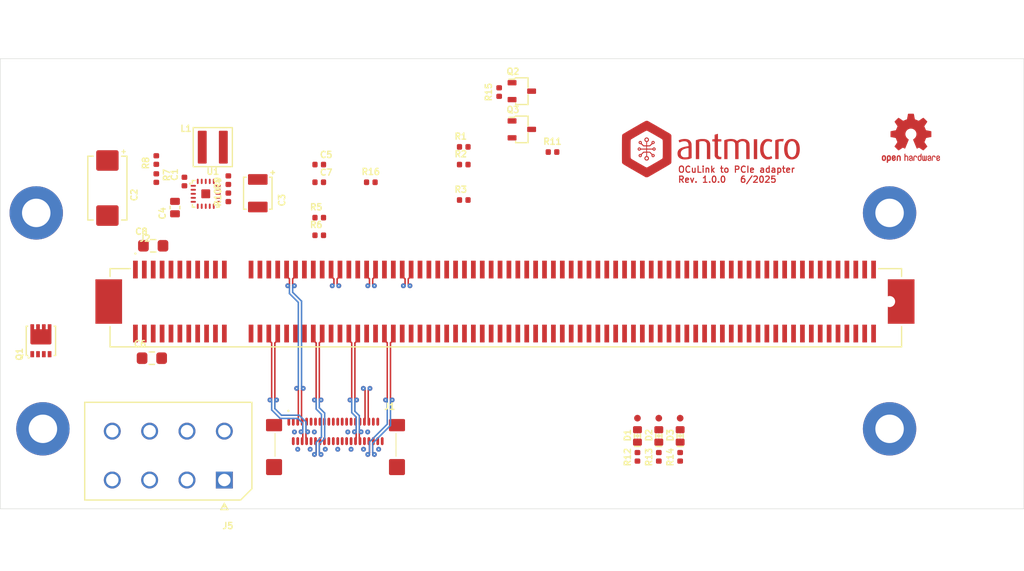
<source format=kicad_pcb>
(kicad_pcb (version 20241229) (generator "pcbnew") (generator_version "9.0")
  (title_block (title "OCuLink to PCIe adapter") (date "2025-06-18") (rev "1.0.0") (company "Antmicro Ltd") (comment 1 "www.antmicro.com"))
  (layers (0 "F.Cu" signal) (4 "In1.Cu" signal) (6 "In2.Cu" signal) (2 "B.Cu" signal) (13 "F.Paste" user) (15 "B.Paste" user) (5 "F.SilkS" user "F.Silkscreen") (7 "B.SilkS" user "B.Silkscreen") (1 "F.Mask" user) (3 "B.Mask" user) (25 "Edge.Cuts" user))
  (net 0 "")
  (net 66 "GND")
  (net 67 "/OCuLink/PCIe_{x4}.RX3-")
  (net 68 "/OCuLink/PCIe_{x4}.RX3+")
  (net 69 "/OCuLink/PCIe_{x4}.TX1-")
  (net 70 "/OCuLink/PCIe_{x4}.TX2+")
  (net 71 "/OCuLink/PCIe_{x4}.RX1-")
  (net 72 "/OCuLink/PCIe_{x4}.TX0+")
  (net 73 "/OCuLink/PCIe_{x4}.RX0-")
  (net 74 "/OCuLink/PCIe_{x4}.TX0-")
  (net 75 "/OCuLink/PCIe_{x4}.RX1+")
  (net 76 "/OCuLink/PCIe_{x4}.TX2-")
  (net 77 "/OCuLink/PCIe_{x4}.TX1+")
  (net 78 "/OCuLink/PCIe_{x4}.RX0+")
  (net 79 "/OCuLink/PCIe_{x4}.RX2-")
  (net 80 "/OCuLink/PCIe_{x4}.TX3-")
  (net 81 "/OCuLink/PCIe_{x4}.RX2+")
  (net 82 "/OCuLink/PCIe_{x4}.TX3+")
  (net 83 "/PCIe-connector/3V3_PCIe_AUX")
  (net 84 "+3V3_PCIE")
  (net 85 "+12V_PCIE")
  (net 86 "/Power/3V3_BST")
  (net 87 "/Power/3V3_SW")
  (net 88 "+12V")
  (net 89 "/Power/3V3_VCC")
  (net 90 "Net-(D1-C)")
  (net 91 "Net-(D2-C)")
  (net 92 "Net-(D3-C)")
  (net 94 "/OCuLink/~{WAKE}")
  (net 96 "Net-(J1-SDA)")
  (net 97 "/OCuLink/PCIe_{REF0}.CK+")
  (net 98 "/OCuLink/PCIe_{REF0}.CK-")
  (net 99 "/OCuLink/~{PERST}")
  (net 101 "/OCuLink/~{CPRSNT}")
  (net 103 "Net-(J1-SCL)")
  (net 104 "/OCuLink/I2C0.SCL")
  (net 105 "/OCuLink/I2C0.SDA")
  (net 106 "Net-(Q1-G)")
  (net 107 "/Power/3V3_PG")
  (net 108 "/Power/3V3_EN")
  (net 109 "/Power/3V3_MODE")
  (net 110 "/Power/3V3_FB")
  (footprint "antmicro-footprints:R_0402_1005Metric" (layer "F.Cu") (at 152.45 104.2 90)
    (property "Reference" "R12")
    (property "Value" "R_10k_0402")
  )
  (footprint "antmicro-footprints:TP_SMD_0.75mm" (layer "F.Cu") (at 152.45 99.85)
    (property "Reference" "TP1" (hide yes))
    (property "Value" "TP_0.75mm_SMD")
  )
  (footprint "antmicro-footprints:PowerDI3333-8" (layer "F.Cu") (at 85.375 91.15 90)
    (property "Reference" "Q1")
    (property "Value" "DMPH4029LFGQ")
  )
  (footprint "antmicro-footprints:R_0402_1005Metric" (layer "F.Cu") (at 142.9 69.9)
    (property "Reference" "R11")
    (property "Value" "R_10k_0402")
  )
  (footprint "antmicro-footprints:R_0402_1005Metric" (layer "F.Cu") (at 106.45 73.065001 90)
    (property "Reference" "R9")
    (property "Value" "R_68k_0402")
  )
  (footprint "antmicro-footprints:QFN-20-1EP_3x3mm_P0.45mm" (layer "F.Cu") (at 103.908 74.602001)
    (property "Reference" "U1")
    (property "Value" "TPS56C230")
  )
  (footprint "antmicro-footprints:L_WE-MAPI-4020" (layer "F.Cu") (at 104.7 69.35)
    (property "Reference" "L1")
    (property "Value" "L_1u8_6.8A_WE-MAPI-4020")
  )
  (footprint "antmicro-footprints:antmicro-logo_scaled_20mm" (layer "F.Cu") (at 160.7 69.75)
    (property "Reference" "REF**" (hide yes))
    (property "Value" "antmicro-logo_scaled_20mm" (hide yes))
  )
  (footprint "antmicro-footprints:R_0402_1005Metric" (layer "F.Cu") (at 132.92 71.31)
    (property "Reference" "R2")
    (property "Value" "R_0R_0402")
  )
  (footprint "antmicro-footprints:C_0402_1005Metric" (layer "F.Cu") (at 116.67 71.31)
    (property "Reference" "C5")
    (property "Value" "C_1u_0402")
  )
  (footprint "antmicro-footprints:SOT-23-3" (layer "F.Cu") (at 139.45 63.0505)
    (property "Reference" "Q2")
    (property "Value" "BSS138-7-F")
  )
  (footprint "antmicro-footprints:Amphenol_G14A421211112HR" (layer "F.Cu") (at 118.5 104.55)
    (property "Reference" "J1")
    (property "Value" "OCuLink_x4_Amphenol_G14A421211112HR")
  )
  (footprint "antmicro-footprints:C_Pol_EIA-D" (layer "F.Cu") (at 92.85 73.95 -90)
    (property "Reference" "C2")
    (property "Value" "C_Pol_68u_16V_Panasonic-TQC-D")
  )
  (footprint "antmicro-footprints:R_0402_1005Metric" (layer "F.Cu") (at 136.9 63.15 90)
    (property "Reference" "R15")
    (property "Value" "R_100k_0402")
  )
  (footprint "antmicro-footprints:R_0402_1005Metric" (layer "F.Cu") (at 157.25 104.2 90)
    (property "Reference" "R14")
    (property "Value" "R_10k_0402")
  )
  (footprint "antmicro-footprints:C_0805_2012Metric" (layer "F.Cu") (at 97.85 93.1)
    (property "Reference" "C6")
    (property "Value" "C_10u_0805_35V")
  )
  (footprint "antmicro-footprints:R_0402_1005Metric" (layer "F.Cu") (at 98.35 72.83 -90)
    (property "Reference" "R7")
    (property "Value" "R_10k_0402")
  )
  (footprint "antmicro-footprints:MP_Pad6mm_Drill3.2mm" (layer "F.Cu") (at 84.85 76.75)
    (property "Reference" "MP2" (hide yes))
    (property "Value" "MP_Pad6mm_Drill3.2mm")
  )
  (footprint "antmicro-footprints:TP_SMD_0.75mm" (layer "F.Cu") (at 154.85 99.85)
    (property "Reference" "TP2" (hide yes))
    (property "Value" "TP_0.75mm_SMD")
  )
  (footprint "antmicro-footprints:R_0402_1005Metric" (layer "F.Cu") (at 132.92 75.3)
    (property "Reference" "R3")
    (property "Value" "R_0R_0402")
  )
  (footprint "antmicro-footprints:MOLEX_39288080" (layer "F.Cu") (at 106 106.8115 180)
    (property "Reference" "J5")
    (property "Value" "Molex_Mini-Fit-Jr_2x4_39-28-8080")
  )
  (footprint "antmicro-footprints:R_0402_1005Metric" (layer "F.Cu") (at 106.45 75 90)
    (property "Reference" "R10")
    (property "Value" "R_15k_0402")
  )
  (footprint "antmicro-footprints:R_0402_1005Metric" (layer "F.Cu") (at 122.47 73.3)
    (property "Reference" "R16")
    (property "Value" "R_10k_0402")
  )
  (footprint "antmicro-footprints:C_Pol_EIA-B" (layer "F.Cu") (at 109.761 74.5355 -90)
    (property "Reference" "C3")
    (property "Value" "C_Pol_100u_10V_KEMET-T520-B")
  )
  (footprint "antmicro-footprints:C_0805_2012Metric" (layer "F.Cu") (at 98 80.45)
    (property "Reference" "C8")
    (property "Value" "C_10u_0805_35V")
  )
  (footprint "antmicro-footprints:C_0603_1608Metric_EIA" (layer "F.Cu") (at 100.45 76.15 90)
    (property "Reference" "C4")
    (property "Value" "C_22u_16V_0603")
  )
  (footprint "antmicro-footprints:R_0402_1005Metric" (layer "F.Cu") (at 154.85 104.2 90)
    (property "Reference" "R13")
    (property "Value" "R_10k_0402")
  )
  (footprint "antmicro-footprints:R_0402_1005Metric" (layer "F.Cu") (at 98.35 70.8 90)
    (property "Reference" "R8")
    (property "Value" "R_15k_0402")
  )
  (footprint "antmicro-footprints:MP_Pad6mm_Drill3.2mm" (layer "F.Cu") (at 180.799 101.05)
    (property "Reference" "MP4" (hide yes))
    (property "Value" "MP_Pad6mm_Drill3.2mm")
  )
  (footprint "antmicro-footprints:OSHW-Logo2_7.3x6mm_Copper_Mask" (layer "F.Cu") (at 183.2 68.35)
    (property "Reference" "REF**" (hide yes))
    (property "Value" "OSHW-Logo2_7.3x6mm_Copper_Mask" (hide yes))
  )
  (footprint "antmicro-footprints:TP_SMD_0.75mm" (layer "F.Cu") (at 157.25 99.85)
    (property "Reference" "TP3" (hide yes))
    (property "Value" "TP_0.75mm_SMD")
  )
  (footprint "antmicro-footprints:R_0402_1005Metric" (layer "F.Cu") (at 116.67 79.27)
    (property "Reference" "R6")
    (property "Value" "R_10k_0402")
  )
  (footprint "antmicro-footprints:R_0402_1005Metric" (layer "F.Cu") (at 116.67 77.28)
    (property "Reference" "R5")
    (property "Value" "R_68k_0402")
  )
  (footprint "antmicro-footprints:LED_0603_1608Metric_G" (layer "F.Cu") (at 157.25 101.85 90)
    (property "Reference" "D3")
    (property "Value" "LED_G_0603_LTST-C190GKT")
  )
  (footprint "antmicro-footprints:MP_Pad6mm_Drill3.2mm" (layer "F.Cu") (at 85.6 101.05)
    (property "Reference" "MP3" (hide yes))
    (property "Value" "MP_Pad6mm_Drill3.2mm")
  )
  (footprint "antmicro-footprints:LED_0603_1608Metric_G" (layer "F.Cu") (at 154.85 101.85 90)
    (property "Reference" "D2")
    (property "Value" "LED_G_0603_LTST-C190GKT")
  )
  (footprint "antmicro-footprints:SOT-23-3" (layer "F.Cu") (at 139.45 67.3505)
    (property "Reference" "Q3")
    (property "Value" "BSS138-7-F")
  )
  (footprint "antmicro-footprints:C_0402_1005Metric" (layer "F.Cu") (at 116.67 73.3)
    (property "Reference" "C7")
    (property "Value" "C_1u_0402")
  )
  (footprint "antmicro-footprints:MP_Pad6mm_Drill3.2mm" (layer "F.Cu") (at 180.799 76.75)
    (property "Reference" "MP1" (hide yes))
    (property "Value" "MP_Pad6mm_Drill3.2mm")
  )
  (footprint "antmicro-footprints:C_0402_1005Metric" (layer "F.Cu") (at 101.511999 73.218001 90)
    (property "Reference" "C1")
    (property "Value" "C_100n_0402")
  )
  (footprint "antmicro-footprints:LED_0603_1608Metric_G" (layer "F.Cu") (at 152.45 101.85 90)
    (property "Reference" "D1")
    (property "Value" "LED_G_0603_LTST-C190GKT")
  )
  (footprint "antmicro-footprints:AMPHENOL_10146070-113Y0LF" (layer "F.Cu") (at 137.501 87.2255)
    (property "Reference" "J2")
    (property "Value" "PCIe_x16_10146070-113Y0LF-vertical")
  )
  (footprint "antmicro-footprints:R_0402_1005Metric" (layer "F.Cu") (at 132.92 69.32)
    (property "Reference" "R1")
    (property "Value" "R_0R_0402")
  )
  (gr_rect (start 80.8 59.4) (end 195.9 110.05) (stroke (width 0.05)) (fill no) (layer "Edge.Cuts"))
  (gr_text "OCuLink to PCIe adapter\nRev. ${REVISION}   6/2025" (at 156.95 73.4 0) (layer "F.Cu") (effects (font (size 0.7 0.7) (thickness 0.125) (bold yes)) (justify left bottom)))
  (via (at 116.118859 101.401349) (size 0.55) (drill 0.15) (layers "F.Cu" "B.Cu") (net 66))
  (via (at 121.65 103.35) (size 0.55) (drill 0.15) (layers "F.Cu" "B.Cu") (net 66))
  (via (at 117.35 103.35) (size 0.55) (drill 0.15) (layers "F.Cu" "B.Cu") (net 66))
  (via (at 119.881165 101.402512) (size 0.55) (drill 0.15) (layers "F.Cu" "B.Cu") (net 66))
  (via (at 123.35 103.35) (size 0.55) (drill 0.15) (layers "F.Cu" "B.Cu") (net 66))
  (via (at 120.25 103.35) (size 0.55) (drill 0.15) (layers "F.Cu" "B.Cu") (net 66))
  (via (at 114.25 103.35) (size 0.55) (drill 0.15) (layers "F.Cu" "B.Cu") (net 66))
  (via (at 122.118859 101.401349) (size 0.55) (drill 0.15) (layers "F.Cu" "B.Cu") (net 66))
  (via (at 115.65 103.35) (size 0.55) (drill 0.15) (layers "F.Cu" "B.Cu") (net 66))
  (via (at 118.75 103.35) (size 0.55) (drill 0.15) (layers "F.Cu" "B.Cu") (net 66))
  (via (at 113.881165 101.402512) (size 0.55) (drill 0.15) (layers "F.Cu" "B.Cu") (net 66))
  (segment (start 127 83.8605) (end 126.6795 84.181) (width 0.171) (layer "F.Cu") (net 67))
  (segment (start 122.25 99.945) (end 122.1795 99.8745) (width 0.171) (layer "F.Cu") (net 67))
  (segment (start 126.6795 84.181) (end 126.6795 84.7605) (width 0.171) (layer "F.Cu") (net 67))
  (segment (start 122.25 100.245) (end 122.25 99.945) (width 0.171) (layer "F.Cu") (net 67))
  (segment (start 122.1795 96.6895) (end 122.369 96.5) (width 0.171) (layer "F.Cu") (net 67))
  (segment (start 127 83.1255) (end 127 83.8605) (width 0.171) (layer "F.Cu") (net 67))
  (segment (start 122.1795 99.8745) (end 122.1795 96.6895) (width 0.171) (layer "F.Cu") (net 67))
  (segment (start 126.6795 84.7605) (end 126.869 84.95) (width 0.171) (layer "F.Cu") (net 67))
  (via (at 122.369 96.5) (size 0.55) (drill 0.15) (layers "F.Cu" "B.Cu") (net 67))
  (via (at 126.869 84.95) (size 0.55) (drill 0.15) (layers "F.Cu" "B.Cu") (net 67))
  (segment (start 121.8205 99.8745) (end 121.8205 96.6895) (width 0.171) (layer "F.Cu") (net 68))
  (segment (start 126.3205 84.181) (end 126.3205 84.7605) (width 0.171) (layer "F.Cu") (net 68))
  (segment (start 121.75 99.945) (end 121.8205 99.8745) (width 0.171) (layer "F.Cu") (net 68))
  (segment (start 126 83.8605) (end 126.3205 84.181) (width 0.171) (layer "F.Cu") (net 68))
  (segment (start 126 83.1255) (end 126 83.8605) (width 0.171) (layer "F.Cu") (net 68))
  (segment (start 126.3205 84.7605) (end 126.131 84.95) (width 0.171) (layer "F.Cu") (net 68))
  (segment (start 121.75 100.245) (end 121.75 99.945) (width 0.171) (layer "F.Cu") (net 68))
  (segment (start 121.8205 96.6895) (end 121.631 96.5) (width 0.171) (layer "F.Cu") (net 68))
  (via (at 121.631 96.5) (size 0.55) (drill 0.15) (layers "F.Cu" "B.Cu") (net 68))
  (via (at 126.131 84.95) (size 0.55) (drill 0.15) (layers "F.Cu" "B.Cu") (net 68))
  (segment (start 116.75 102.735) (end 116.6795 102.8055) (width 0.171) (layer "F.Cu") (net 69))
  (segment (start 117.001 91.0605) (end 116.6805 91.381) (width 0.171) (layer "F.Cu") (net 69))
  (segment (start 116.6795 102.8055) (end 116.6795 103.744004) (width 0.171) (layer "F.Cu") (net 69))
  (segment (start 116.75 102.435) (end 116.75 102.735) (width 0.171) (layer "F.Cu") (net 69))
  (segment (start 117.001 90.3255) (end 117.001 91.0605) (width 0.171) (layer "F.Cu") (net 69))
  (segment (start 116.6805 91.381) (end 116.6805 97.6105) (width 0.171) (layer "F.Cu") (net 69))
  (segment (start 116.6805 97.6105) (end 116.87 97.8) (width 0.171) (layer "F.Cu") (net 69))
  (segment (start 116.6795 103.744004) (end 116.869 103.933504) (width 0.171) (layer "F.Cu") (net 69))
  (via (at 116.87 97.8) (size 0.55) (drill 0.15) (layers "F.Cu" "B.Cu") (net 69))
  (via (at 116.869 103.933504) (size 0.55) (drill 0.15) (layers "F.Cu" "B.Cu") (net 69))
  (segment (start 116.87 97.8) (end 116.6805 97.9895) (width 0.171) (layer "B.Cu") (net 69))
  (segment (start 116.6795 103.744004) (end 116.869 103.933504) (width 0.171) (layer "B.Cu") (net 69))
  (segment (start 117.2795 99.275648) (end 117.2795 102.124352) (width 0.171) (layer "B.Cu") (net 69))
  (segment (start 116.6795 102.724352) (end 116.6795 103.744004) (width 0.171) (layer "B.Cu") (net 69))
  (segment (start 116.6805 97.9895) (end 116.6805 98.676648) (width 0.171) (layer "B.Cu") (net 69))
  (segment (start 116.6805 98.676648) (end 117.2795 99.275648) (width 0.171) (layer "B.Cu") (net 69))
  (segment (start 117.2795 102.124352) (end 116.6795 102.724352) (width 0.171) (layer "B.Cu") (net 69))
  (segment (start 120.8205 102.0645) (end 120.8205 101.576162) (width 0.171) (layer "F.Cu") (net 70))
  (segment (start 120.001 90.3255) (end 120.001 91.0605) (width 0.171) (layer "F.Cu") (net 70))
  (segment (start 120.001 91.0605) (end 120.3215 91.381) (width 0.171) (layer "F.Cu") (net 70))
  (segment (start 120.8205 101.576162) (end 120.631 101.386662) (width 0.171) (layer "F.Cu") (net 70))
  (segment (start 120.3215 91.381) (end 120.3215 97.6105) (width 0.171) (layer "F.Cu") (net 70))
  (segment (start 120.75 102.135) (end 120.8205 102.0645) (width 0.171) (layer "F.Cu") (net 70))
  (segment (start 120.75 102.435) (end 120.75 102.135) (width 0.171) (layer "F.Cu") (net 70))
  (segment (start 120.3215 97.6105) (end 120.132 97.8) (width 0.171) (layer "F.Cu") (net 70))
  (via (at 120.631 101.386662) (size 0.55) (drill 0.15) (layers "F.Cu" "B.Cu") (net 70))
  (via (at 120.132 97.8) (size 0.55) (drill 0.15) (layers "F.Cu" "B.Cu") (net 70))
  (segment (start 120.8205 101.197162) (end 120.631 101.386662) (width 0.171) (layer "B.Cu") (net 70))
  (segment (start 120.8205 99.724352) (end 120.8205 101.197162) (width 0.171) (layer "B.Cu") (net 70))
  (segment (start 120.3215 97.9895) (end 120.3215 99.225352) (width 0.171) (layer "B.Cu") (net 70))
  (segment (start 120.132 97.8) (end 120.3215 97.9895) (width 0.171) (layer "B.Cu") (net 70))
  (segment (start 120.3215 99.225352) (end 120.8205 99.724352) (width 0.171) (layer "B.Cu") (net 70))
  (segment (start 118.6805 84.181) (end 118.6805 84.7605) (width 0.171) (layer "F.Cu") (net 71))
  (segment (start 119.001 83.8605) (end 118.6805 84.181) (width 0.171) (layer "F.Cu") (net 71))
  (segment (start 118.6805 84.7605) (end 118.87 84.95) (width 0.171) (layer "F.Cu") (net 71))
  (segment (start 119.001 83.1255) (end 119.001 83.8605) (width 0.171) (layer "F.Cu") (net 71))
  (via (at 118.87 84.95) (size 0.55) (drill 0.15) (layers "F.Cu" "B.Cu") (net 71))
  (segment (start 111.001 90.3255) (end 111.001 91.0605) (width 0.171) (layer "F.Cu") (net 72))
  (segment (start 114.8205 102.0645) (end 114.8205 101.576162) (width 0.171) (layer "F.Cu") (net 72))
  (segment (start 111.3215 97.6105) (end 111.132 97.8) (width 0.171) (layer "F.Cu") (net 72))
  (segment (start 111.001 91.0605) (end 111.3215 91.381) (width 0.171) (layer "F.Cu") (net 72))
  (segment (start 114.75 102.435) (end 114.75 102.135) (width 0.171) (layer "F.Cu") (net 72))
  (segment (start 111.3215 91.381) (end 111.3215 97.6105) (width 0.171) (layer "F.Cu") (net 72))
  (segment (start 114.8205 101.576162) (end 114.631 101.386662) (width 0.171) (layer "F.Cu") (net 72))
  (segment (start 114.75 102.135) (end 114.8205 102.0645) (width 0.171) (layer "F.Cu") (net 72))
  (via (at 111.132 97.8) (size 0.55) (drill 0.15) (layers "F.Cu" "B.Cu") (net 72))
  (via (at 114.631 101.386662) (size 0.55) (drill 0.15) (layers "F.Cu" "B.Cu") (net 72))
  (segment (start 114.8195 100.428616) (end 114.271384 99.8805) (width 0.171) (layer "B.Cu") (net 72))
  (segment (start 114.8195 101.198162) (end 114.8195 100.428616) (width 0.171) (layer "B.Cu") (net 72))
  (segment (start 114.271384 99.8805) (end 112.275236 99.8805) (width 0.171) (layer "B.Cu") (net 72))
  (segment (start 111.3205 98.925764) (end 111.3205 97.9885) (width 0.171) (layer "B.Cu") (net 72))
  (segment (start 114.631 101.386662) (end 114.8195 101.198162) (width 0.171) (layer "B.Cu") (net 72))
  (segment (start 111.3205 97.9885) (end 111.132 97.8) (width 0.171) (layer "B.Cu") (net 72))
  (segment (start 112.275236 99.8805) (end 111.3205 98.925764) (width 0.171) (layer "B.Cu") (net 72))
  (segment (start 114.75 99.945) (end 114.6795 99.8745) (width 0.171) (layer "F.Cu") (net 73))
  (segment (start 114.75 100.245) (end 114.75 99.945) (width 0.171) (layer "F.Cu") (net 73))
  (segment (start 114.6795 99.8745) (end 114.6795 96.6895) (width 0.171) (layer "F.Cu") (net 73))
  (segment (start 114.6795 96.6895) (end 114.869 96.5) (width 0.171) (layer "F.Cu") (net 73))
  (segment (start 114.001 83.8605) (end 113.6805 84.181) (width 0.171) (layer "F.Cu") (net 73))
  (segment (start 114.001 83.1255) (end 114.001 83.8605) (width 0.171) (layer "F.Cu") (net 73))
  (segment (start 113.6805 84.7605) (end 113.87 84.95) (width 0.171) (layer "F.Cu") (net 73))
  (segment (start 113.6805 84.181) (end 113.6805 84.7605) (width 0.171) (layer "F.Cu") (net 73))
  (via (at 113.87 84.95) (size 0.55) (drill 0.15) (layers "F.Cu" "B.Cu") (net 73))
  (via (at 114.869 96.5) (size 0.55) (drill 0.15) (layers "F.Cu" "B.Cu") (net 73))
  (segment (start 113.6805 85.676648) (end 114.6795 86.675648) (width 0.171) (layer "B.Cu") (net 73))
  (segment (start 113.6805 85.1395) (end 113.6805 85.676648) (width 0.171) (layer "B.Cu") (net 73))
  (segment (start 114.6795 96.3105) (end 114.869 96.5) (width 0.171) (layer "B.Cu") (net 73))
  (segment (start 114.6795 86.675648) (end 114.6795 96.3105) (width 0.171) (layer "B.Cu") (net 73))
  (segment (start 113.87 84.95) (end 113.6805 85.1395) (width 0.171) (layer "B.Cu") (net 73))
  (segment (start 112.001 91.0605) (end 111.6805 91.381) (width 0.171) (layer "F.Cu") (net 74))
  (segment (start 115.1795 102.0645) (end 115.1795 101.576162) (width 0.171) (layer "F.Cu") (net 74))
  (segment (start 115.25 102.135) (end 115.1795 102.0645) (width 0.171) (layer "F.Cu") (net 74))
  (segment (start 111.6805 97.6105) (end 111.87 97.8) (width 0.171) (layer "F.Cu") (net 74))
  (segment (start 115.25 102.435) (end 115.25 102.135) (width 0.171) (layer "F.Cu") (net 74))
  (segment (start 112.001 90.3255) (end 112.001 91.0605) (width 0.171) (layer "F.Cu") (net 74))
  (segment (start 111.6805 91.381) (end 111.6805 97.6105) (width 0.171) (layer "F.Cu") (net 74))
  (segment (start 115.1795 101.576162) (end 115.369 101.386662) (width 0.171) (layer "F.Cu") (net 74))
  (via (at 111.87 97.8) (size 0.55) (drill 0.15) (layers "F.Cu" "B.Cu") (net 74))
  (via (at 115.369 101.386662) (size 0.55) (drill 0.15) (layers "F.Cu" "B.Cu") (net 74))
  (segment (start 115.1795 100.2795) (end 114.4205 99.5205) (width 0.171) (layer "B.Cu") (net 74))
  (segment (start 114.4205 99.5205) (end 112.424352 99.5205) (width 0.171) (layer "B.Cu") (net 74))
  (segment (start 111.6805 98.776648) (end 111.6805 97.9895) (width 0.171) (layer "B.Cu") (net 74))
  (segment (start 115.1795 101.197162) (end 115.1795 100.2795) (width 0.171) (layer "B.Cu") (net 74))
  (segment (start 115.369 101.386662) (end 115.1795 101.197162) (width 0.171) (layer "B.Cu") (net 74))
  (segment (start 112.424352 99.5205) (end 111.6805 98.776648) (width 0.171) (layer "B.Cu") (net 74))
  (segment (start 111.6805 97.9895) (end 111.87 97.8) (width 0.171) (layer "B.Cu") (net 74))
  (segment (start 118.3215 84.7605) (end 118.132 84.95) (width 0.171) (layer "F.Cu") (net 75))
  (segment (start 118.001 83.1255) (end 118.001 83.8605) (width 0.171) (layer "F.Cu") (net 75))
  (segment (start 118.001 83.8605) (end 118.3215 84.181) (width 0.171) (layer "F.Cu") (net 75))
  (segment (start 118.3215 84.181) (end 118.3215 84.7605) (width 0.171) (layer "F.Cu") (net 75))
  (via (at 118.132 84.95) (size 0.55) (drill 0.15) (layers "F.Cu" "B.Cu") (net 75))
  (segment (start 121.001 91.0605) (end 120.6805 91.381) (width 0.171) (layer "F.Cu") (net 76))
  (segment (start 120.6805 91.381) (end 120.6805 97.6105) (width 0.171) (layer "F.Cu") (net 76))
  (segment (start 121.1795 102.0645) (end 121.1795 101.576162) (width 0.171) (layer "F.Cu") (net 76))
  (segment (start 120.6805 97.6105) (end 120.87 97.8) (width 0.171) (layer "F.Cu") (net 76))
  (segment (start 121.25 102.135) (end 121.1795 102.0645) (width 0.171) (layer "F.Cu") (net 76))
  (segment (start 121.25 102.435) (end 121.25 102.135) (width 0.171) (layer "F.Cu") (net 76))
  (segment (start 121.001 90.3255) (end 121.001 91.0605) (width 0.171) (layer "F.Cu") (net 76))
  (segment (start 121.1795 101.576162) (end 121.369 101.386662) (width 0.171) (layer "F.Cu") (net 76))
  (via (at 121.369 101.386662) (size 0.55) (drill 0.15) (layers "F.Cu" "B.Cu") (net 76))
  (via (at 120.87 97.8) (size 0.55) (drill 0.15) (layers "F.Cu" "B.Cu") (net 76))
  (segment (start 120.6805 99.076648) (end 121.1795 99.575648) (width 0.171) (layer "B.Cu") (net 76))
  (segment (start 121.1795 101.197162) (end 121.369 101.386662) (width 0.171) (layer "B.Cu") (net 76))
  (segment (start 121.1795 99.575648) (end 121.1795 101.197162) (width 0.171) (layer "B.Cu") (net 76))
  (segment (start 120.6805 97.9895) (end 120.6805 99.076648) (width 0.171) (layer "B.Cu") (net 76))
  (segment (start 120.87 97.8) (end 120.6805 97.9895) (width 0.171) (layer "B.Cu") (net 76))
  (segment (start 116.3215 91.381) (end 116.3215 97.6105) (width 0.171) (layer "F.Cu") (net 77))
  (segment (start 116.001 91.0605) (end 116.3215 91.381) (width 0.171) (layer "F.Cu") (net 77))
  (segment (start 116.3205 102.8055) (end 116.3205 103.744004) (width 0.171) (layer "F.Cu") (net 77))
  (segment (start 116.25 102.735) (end 116.3205 102.8055) (width 0.171) (layer "F.Cu") (net 77))
  (segment (start 116.25 102.435) (end 116.25 102.735) (width 0.171) (layer "F.Cu") (net 77))
  (segment (start 116.3205 103.744004) (end 116.131 103.933504) (width 0.171) (layer "F.Cu") (net 77))
  (segment (start 116.3215 97.6105) (end 116.132 97.8) (width 0.171) (layer "F.Cu") (net 77))
  (segment (start 116.001 90.3255) (end 116.001 91.0605) (width 0.171) (layer "F.Cu") (net 77))
  (via (at 116.132 97.8) (size 0.55) (drill 0.15) (layers "F.Cu" "B.Cu") (net 77))
  (via (at 116.131 103.933504) (size 0.55) (drill 0.15) (layers "F.Cu" "B.Cu") (net 77))
  (segment (start 116.3205 103.744004) (end 116.131 103.933504) (width 0.171) (layer "B.Cu") (net 77))
  (segment (start 116.3205 102.575648) (end 116.3205 103.744004) (width 0.171) (layer "B.Cu") (net 77))
  (segment (start 116.132 97.8) (end 116.3215 97.9895) (width 0.171) (layer "B.Cu") (net 77))
  (segment (start 116.9205 101.975648) (end 116.3205 102.575648) (width 0.171) (layer "B.Cu") (net 77))
  (segment (start 116.3215 98.825352) (end 116.9205 99.424352) (width 0.171) (layer "B.Cu") (net 77))
  (segment (start 116.9205 99.424352) (end 116.9205 101.975648) (width 0.171) (layer "B.Cu") (net 77))
  (segment (start 116.3215 97.9895) (end 116.3215 98.825352) (width 0.171) (layer "B.Cu") (net 77))
  (segment (start 113.3215 84.181) (end 113.3215 84.7605) (width 0.171) (layer "F.Cu") (net 78))
  (segment (start 114.3205 99.8745) (end 114.3205 96.6895) (width 0.171) (layer "F.Cu") (net 78))
  (segment (start 113.3215 84.7605) (end 113.132 84.95) (width 0.171) (layer "F.Cu") (net 78))
  (segment (start 113.001 83.8605) (end 113.3215 84.181) (width 0.171) (layer "F.Cu") (net 78))
  (segment (start 114.25 100.245) (end 114.25 99.945) (width 0.171) (layer "F.Cu") (net 78))
  (segment (start 114.25 99.945) (end 114.3205 99.8745) (width 0.171) (layer "F.Cu") (net 78))
  (segment (start 114.3205 96.6895) (end 114.131 96.5) (width 0.171) (layer "F.Cu") (net 78))
  (segment (start 113.001 83.1255) (end 113.001 83.8605) (width 0.171) (layer "F.Cu") (net 78))
  (via (at 114.131 96.5) (size 0.55) (drill 0.15) (layers "F.Cu" "B.Cu") (net 78))
  (via (at 113.132 84.95) (size 0.55) (drill 0.15) (layers "F.Cu" "B.Cu") (net 78))
  (segment (start 113.3215 85.1395) (end 113.3215 85.825352) (width 0.171) (layer "B.Cu") (net 78))
  (segment (start 113.132 84.95) (end 113.3215 85.1395) (width 0.171) (layer "B.Cu") (net 78))
  (segment (start 114.3205 86.824352) (end 114.3205 96.3105) (width 0.171) (layer "B.Cu") (net 78))
  (segment (start 113.3215 85.825352) (end 114.3205 86.824352) (width 0.171) (layer "B.Cu") (net 78))
  (segment (start 114.3205 96.3105) (end 114.131 96.5) (width 0.171) (layer "B.Cu") (net 78))
  (segment (start 122.6795 84.181) (end 122.6795 84.7605) (width 0.171) (layer "F.Cu") (net 79))
  (segment (start 122.6795 84.7605) (end 122.869 84.95) (width 0.171) (layer "F.Cu") (net 79))
  (segment (start 123 83.8605) (end 122.6795 84.181) (width 0.171) (layer "F.Cu") (net 79))
  (segment (start 123 83.1255) (end 123 83.8605) (width 0.171) (layer "F.Cu") (net 79))
  (via (at 122.869 84.95) (size 0.55) (drill 0.15) (layers "F.Cu" "B.Cu") (net 79))
  (segment (start 124.6795 91.381) (end 124.6795 97.6105) (width 0.171) (layer "F.Cu") (net 80))
  (segment (start 122.75 102.435) (end 122.75 102.735) (width 0.171) (layer "F.Cu") (net 80))
  (segment (start 124.6795 97.6105) (end 124.869 97.8) (width 0.171) (layer "F.Cu") (net 80))
  (segment (start 122.6795 103.744004) (end 122.869 103.933504) (width 0.171) (layer "F.Cu") (net 80))
  (segment (start 122.6795 102.8055) (end 122.6795 103.744004) (width 0.171) (layer "F.Cu") (net 80))
  (segment (start 125 91.0605) (end 124.6795 91.381) (width 0.171) (layer "F.Cu") (net 80))
  (segment (start 122.75 102.735) (end 122.6795 102.8055) (width 0.171) (layer "F.Cu") (net 80))
  (segment (start 125 90.3255) (end 125 91.0605) (width 0.171) (layer "F.Cu") (net 80))
  (via (at 124.869 97.8) (size 0.55) (drill 0.15) (layers "F.Cu" "B.Cu") (net 80))
  (via (at 122.869 103.933504) (size 0.55) (drill 0.15) (layers "F.Cu" "B.Cu") (net 80))
  (segment (start 122.6795 103.744004) (end 122.6795 102.674352) (width 0.171) (layer "B.Cu") (net 80))
  (segment (start 122.6795 102.674352) (end 124.6795 100.674352) (width 0.171) (layer "B.Cu") (net 80))
  (segment (start 124.6795 100.674352) (end 124.6795 97.9895) (width 0.171) (layer "B.Cu") (net 80))
  (segment (start 122.869 103.933504) (end 122.6795 103.744004) (width 0.171) (layer "B.Cu") (net 80))
  (segment (start 124.6795 97.9895) (end 124.869 97.8) (width 0.171) (layer "B.Cu") (net 80))
  (segment (start 122 83.8605) (end 122.3205 84.181) (width 0.171) (layer "F.Cu") (net 81))
  (segment (start 122.3205 84.7605) (end 122.131 84.95) (width 0.171) (layer "F.Cu") (net 81))
  (segment (start 122.3205 84.181) (end 122.3205 84.7605) (width 0.171) (layer "F.Cu") (net 81))
  (segment (start 122 83.1255) (end 122 83.8605) (width 0.171) (layer "F.Cu") (net 81))
  (via (at 122.131 84.95) (size 0.55) (drill 0.15) (layers "F.Cu" "B.Cu") (net 81))
  (segment (start 124.3205 91.381) (end 124.3205 97.6105) (width 0.171) (layer "F.Cu") (net 82))
  (segment (start 122.25 102.735) (end 122.3205 102.8055) (width 0.171) (layer "F.Cu") (net 82))
  (segment (start 122.3205 102.8055) (end 122.3205 103.744004) (width 0.171) (layer "F.Cu") (net 82))
  (segment (start 124 91.0605) (end 124.3205 91.381) (width 0.171) (layer "F.Cu") (net 82))
  (segment (start 122.25 102.435) (end 122.25 102.735) (width 0.171) (layer "F.Cu") (net 82))
  (segment (start 124.3205 97.6105) (end 124.131 97.8) (width 0.171) (layer "F.Cu") (net 82))
  (segment (start 122.3205 103.744004) (end 122.131 103.933504) (width 0.171) (layer "F.Cu") (net 82))
  (segment (start 124 90.3255) (end 124 91.0605) (width 0.171) (layer "F.Cu") (net 82))
  (via (at 124.131 97.8) (size 0.55) (drill 0.15) (layers "F.Cu" "B.Cu") (net 82))
  (via (at 122.131 103.933504) (size 0.55) (drill 0.15) (layers "F.Cu" "B.Cu") (net 82))
  (segment (start 124.3205 100.525648) (end 124.3205 97.9895) (width 0.171) (layer "B.Cu") (net 82))
  (segment (start 122.3205 103.744004) (end 122.3205 102.525648) (width 0.171) (layer "B.Cu") (net 82))
  (segment (start 122.131 103.933504) (end 122.3205 103.744004) (width 0.171) (layer "B.Cu") (net 82))
  (segment (start 124.3205 97.9895) (end 124.131 97.8) (width 0.171) (layer "B.Cu") (net 82))
  (segment (start 122.3205 102.525648) (end 124.3205 100.525648) (width 0.171) (layer "B.Cu") (net 82))
)
</source>
